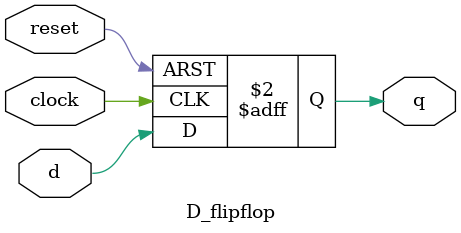
<source format=v>
module D_flipflop(reset,q,d,clock);

input reset;
input d;
input clock;

output reg q;

  always@(posedge clock , posedge reset)
  begin
     if(reset)
      q<=0;
     else
      q<=d;
		
  end	  

endmodule

</source>
